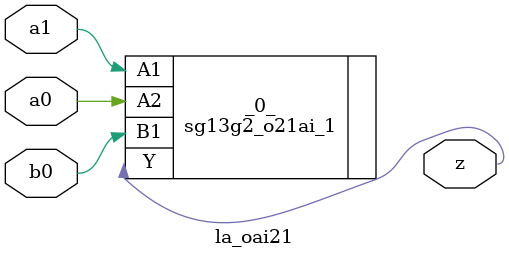
<source format=v>

/* Generated by Yosys 0.44 (git sha1 80ba43d26, g++ 11.4.0-1ubuntu1~22.04 -fPIC -O3) */

(* top =  1  *)
(* src = "generated" *)
module la_oai21 (
    a0,
    a1,
    b0,
    z
);
  (* src = "generated" *)
  input a0;
  wire a0;
  (* src = "generated" *)
  input a1;
  wire a1;
  (* src = "generated" *)
  input b0;
  wire b0;
  (* src = "generated" *)
  output z;
  wire z;
  sg13g2_o21ai_1 _0_ (
      .A1(a1),
      .A2(a0),
      .B1(b0),
      .Y (z)
  );
endmodule

</source>
